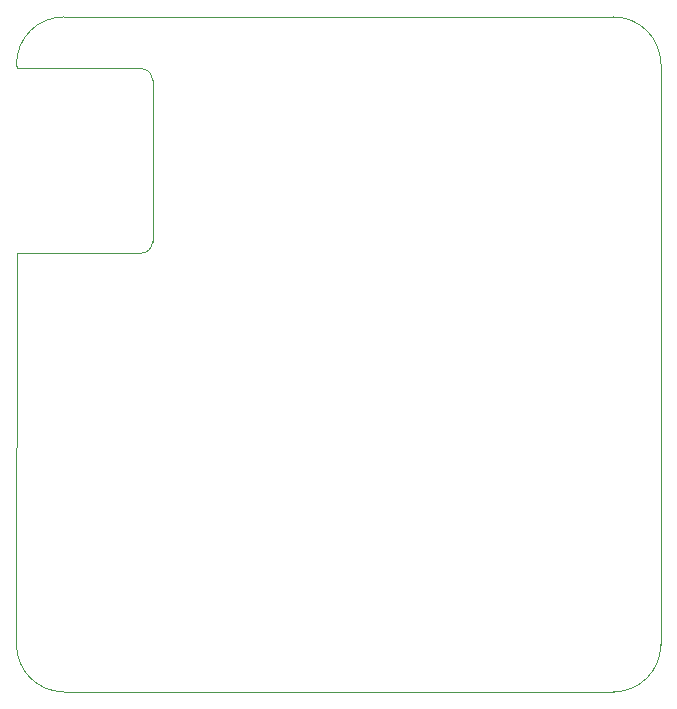
<source format=gbr>
%TF.GenerationSoftware,KiCad,Pcbnew,9.0.0*%
%TF.CreationDate,2025-03-28T16:29:38+01:00*%
%TF.ProjectId,CM5_MINIMA_3,434d355f-4d49-44e4-994d-415f332e6b69,2*%
%TF.SameCoordinates,Original*%
%TF.FileFunction,Profile,NP*%
%FSLAX46Y46*%
G04 Gerber Fmt 4.6, Leading zero omitted, Abs format (unit mm)*
G04 Created by KiCad (PCBNEW 9.0.0) date 2025-03-28 16:29:38*
%MOMM*%
%LPD*%
G01*
G04 APERTURE LIST*
%TA.AperFunction,Profile*%
%ADD10C,0.050000*%
%TD*%
%TA.AperFunction,Profile*%
%ADD11C,0.100000*%
%TD*%
G04 APERTURE END LIST*
D10*
X50601573Y30000D02*
X4050000Y30000D01*
X50000Y53170000D02*
G75*
G02*
X4050000Y57170000I4000000J0D01*
G01*
X70000Y52805000D02*
X50000Y53170000D01*
X54601573Y53170000D02*
X54601573Y4030000D01*
X54601573Y4030000D02*
G75*
G02*
X50601573Y30027I-3999973J0D01*
G01*
X4050000Y30000D02*
G75*
G02*
X50000Y4030000I0J4000000D01*
G01*
X50000Y4030000D02*
X70000Y37155000D01*
X4050000Y57170000D02*
X50601573Y57170000D01*
X50601573Y57170000D02*
G75*
G02*
X54601600Y53170000I27J-4000000D01*
G01*
D11*
%TO.C,T401*%
X70000Y37155000D02*
X10570002Y37155000D01*
X10570000Y52805000D02*
X70000Y52805000D01*
X11570000Y38154999D02*
X11570000Y51805000D01*
X10570000Y52805000D02*
G75*
G02*
X11570000Y51805000I0J-1000000D01*
G01*
X11570000Y38154999D02*
G75*
G02*
X10570002Y37155000I-1000001J2D01*
G01*
%TD*%
M02*

</source>
